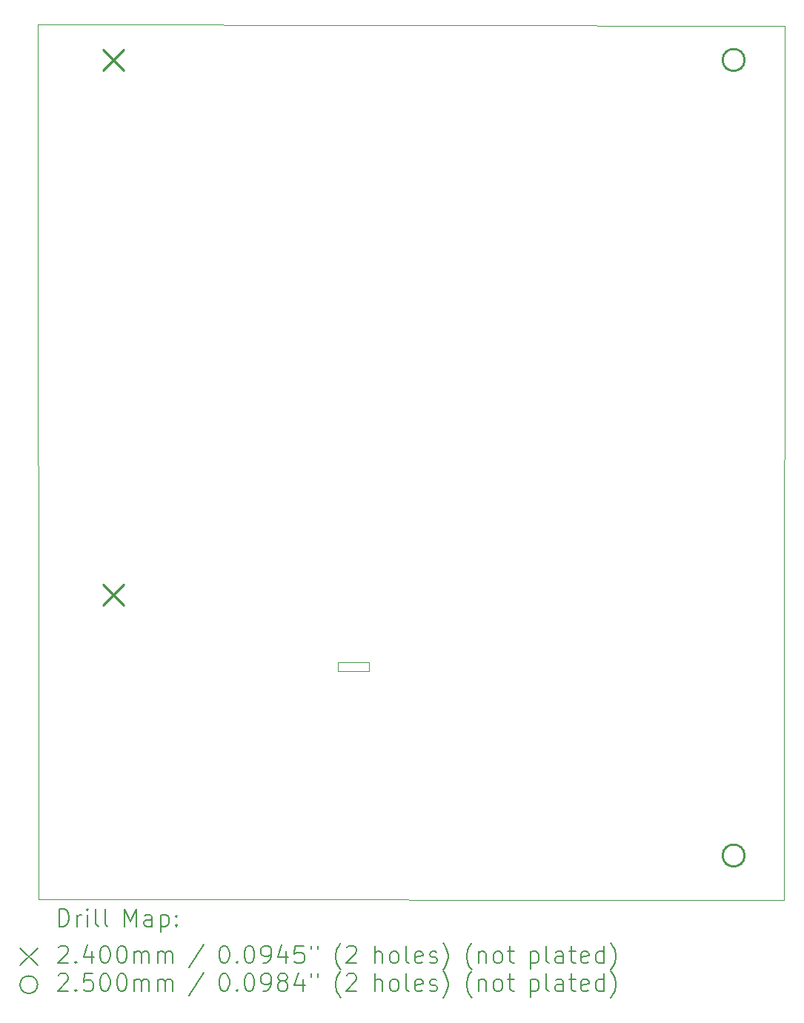
<source format=gbr>
%TF.GenerationSoftware,KiCad,Pcbnew,6.99.0-unknown-f8b157a1fb~149~ubuntu22.04.1*%
%TF.CreationDate,2022-08-25T07:21:56+02:00*%
%TF.ProjectId,in_out,696e5f6f-7574-42e6-9b69-6361645f7063,rev?*%
%TF.SameCoordinates,Original*%
%TF.FileFunction,Drillmap*%
%TF.FilePolarity,Positive*%
%FSLAX45Y45*%
G04 Gerber Fmt 4.5, Leading zero omitted, Abs format (unit mm)*
G04 Created by KiCad (PCBNEW 6.99.0-unknown-f8b157a1fb~149~ubuntu22.04.1) date 2022-08-25 07:21:56*
%MOMM*%
%LPD*%
G01*
G04 APERTURE LIST*
%ADD10C,0.100000*%
%ADD11C,0.200000*%
%ADD12C,0.240000*%
%ADD13C,0.250000*%
G04 APERTURE END LIST*
D10*
X10820400Y-11353800D02*
X10464800Y-11353800D01*
X15565000Y-13972500D02*
X7042500Y-13962500D01*
X10464800Y-11252200D02*
X10464800Y-11353800D01*
X10820400Y-11252200D02*
X10464800Y-11252200D01*
X15570000Y-3977500D02*
X15565000Y-13972500D01*
X10820400Y-11252200D02*
X10820400Y-11353800D01*
X7037500Y-3962500D02*
X15570000Y-3977500D01*
X7042500Y-13962500D02*
X7037500Y-3962500D01*
D11*
D12*
X7779250Y-4250000D02*
X8019250Y-4490000D01*
X8019250Y-4250000D02*
X7779250Y-4490000D01*
X7779250Y-10360000D02*
X8019250Y-10600000D01*
X8019250Y-10360000D02*
X7779250Y-10600000D01*
D13*
X15111000Y-4368800D02*
G75*
G03*
X15111000Y-4368800I-125000J0D01*
G01*
X15111000Y-13462000D02*
G75*
G03*
X15111000Y-13462000I-125000J0D01*
G01*
D11*
X7280119Y-14270976D02*
X7280119Y-14070976D01*
X7280119Y-14070976D02*
X7327738Y-14070976D01*
X7327738Y-14070976D02*
X7356309Y-14080500D01*
X7356309Y-14080500D02*
X7375357Y-14099548D01*
X7375357Y-14099548D02*
X7384881Y-14118595D01*
X7384881Y-14118595D02*
X7394405Y-14156690D01*
X7394405Y-14156690D02*
X7394405Y-14185262D01*
X7394405Y-14185262D02*
X7384881Y-14223357D01*
X7384881Y-14223357D02*
X7375357Y-14242405D01*
X7375357Y-14242405D02*
X7356309Y-14261452D01*
X7356309Y-14261452D02*
X7327738Y-14270976D01*
X7327738Y-14270976D02*
X7280119Y-14270976D01*
X7480119Y-14270976D02*
X7480119Y-14137643D01*
X7480119Y-14175738D02*
X7489643Y-14156690D01*
X7489643Y-14156690D02*
X7499167Y-14147167D01*
X7499167Y-14147167D02*
X7518214Y-14137643D01*
X7518214Y-14137643D02*
X7537262Y-14137643D01*
X7603928Y-14270976D02*
X7603928Y-14137643D01*
X7603928Y-14070976D02*
X7594405Y-14080500D01*
X7594405Y-14080500D02*
X7603928Y-14090024D01*
X7603928Y-14090024D02*
X7613452Y-14080500D01*
X7613452Y-14080500D02*
X7603928Y-14070976D01*
X7603928Y-14070976D02*
X7603928Y-14090024D01*
X7727738Y-14270976D02*
X7708690Y-14261452D01*
X7708690Y-14261452D02*
X7699167Y-14242405D01*
X7699167Y-14242405D02*
X7699167Y-14070976D01*
X7832500Y-14270976D02*
X7813452Y-14261452D01*
X7813452Y-14261452D02*
X7803928Y-14242405D01*
X7803928Y-14242405D02*
X7803928Y-14070976D01*
X8028690Y-14270976D02*
X8028690Y-14070976D01*
X8028690Y-14070976D02*
X8095357Y-14213833D01*
X8095357Y-14213833D02*
X8162024Y-14070976D01*
X8162024Y-14070976D02*
X8162024Y-14270976D01*
X8342976Y-14270976D02*
X8342976Y-14166214D01*
X8342976Y-14166214D02*
X8333452Y-14147167D01*
X8333452Y-14147167D02*
X8314405Y-14137643D01*
X8314405Y-14137643D02*
X8276309Y-14137643D01*
X8276309Y-14137643D02*
X8257262Y-14147167D01*
X8342976Y-14261452D02*
X8323928Y-14270976D01*
X8323928Y-14270976D02*
X8276309Y-14270976D01*
X8276309Y-14270976D02*
X8257262Y-14261452D01*
X8257262Y-14261452D02*
X8247738Y-14242405D01*
X8247738Y-14242405D02*
X8247738Y-14223357D01*
X8247738Y-14223357D02*
X8257262Y-14204309D01*
X8257262Y-14204309D02*
X8276309Y-14194786D01*
X8276309Y-14194786D02*
X8323928Y-14194786D01*
X8323928Y-14194786D02*
X8342976Y-14185262D01*
X8438214Y-14137643D02*
X8438214Y-14337643D01*
X8438214Y-14147167D02*
X8457262Y-14137643D01*
X8457262Y-14137643D02*
X8495357Y-14137643D01*
X8495357Y-14137643D02*
X8514405Y-14147167D01*
X8514405Y-14147167D02*
X8523929Y-14156690D01*
X8523929Y-14156690D02*
X8533452Y-14175738D01*
X8533452Y-14175738D02*
X8533452Y-14232881D01*
X8533452Y-14232881D02*
X8523929Y-14251928D01*
X8523929Y-14251928D02*
X8514405Y-14261452D01*
X8514405Y-14261452D02*
X8495357Y-14270976D01*
X8495357Y-14270976D02*
X8457262Y-14270976D01*
X8457262Y-14270976D02*
X8438214Y-14261452D01*
X8619167Y-14251928D02*
X8628690Y-14261452D01*
X8628690Y-14261452D02*
X8619167Y-14270976D01*
X8619167Y-14270976D02*
X8609643Y-14261452D01*
X8609643Y-14261452D02*
X8619167Y-14251928D01*
X8619167Y-14251928D02*
X8619167Y-14270976D01*
X8619167Y-14147167D02*
X8628690Y-14156690D01*
X8628690Y-14156690D02*
X8619167Y-14166214D01*
X8619167Y-14166214D02*
X8609643Y-14156690D01*
X8609643Y-14156690D02*
X8619167Y-14147167D01*
X8619167Y-14147167D02*
X8619167Y-14166214D01*
X6832500Y-14517500D02*
X7032500Y-14717500D01*
X7032500Y-14517500D02*
X6832500Y-14717500D01*
X7270595Y-14510024D02*
X7280119Y-14500500D01*
X7280119Y-14500500D02*
X7299167Y-14490976D01*
X7299167Y-14490976D02*
X7346786Y-14490976D01*
X7346786Y-14490976D02*
X7365833Y-14500500D01*
X7365833Y-14500500D02*
X7375357Y-14510024D01*
X7375357Y-14510024D02*
X7384881Y-14529071D01*
X7384881Y-14529071D02*
X7384881Y-14548119D01*
X7384881Y-14548119D02*
X7375357Y-14576690D01*
X7375357Y-14576690D02*
X7261071Y-14690976D01*
X7261071Y-14690976D02*
X7384881Y-14690976D01*
X7470595Y-14671928D02*
X7480119Y-14681452D01*
X7480119Y-14681452D02*
X7470595Y-14690976D01*
X7470595Y-14690976D02*
X7461071Y-14681452D01*
X7461071Y-14681452D02*
X7470595Y-14671928D01*
X7470595Y-14671928D02*
X7470595Y-14690976D01*
X7651548Y-14557643D02*
X7651548Y-14690976D01*
X7603928Y-14481452D02*
X7556309Y-14624309D01*
X7556309Y-14624309D02*
X7680119Y-14624309D01*
X7794405Y-14490976D02*
X7813452Y-14490976D01*
X7813452Y-14490976D02*
X7832500Y-14500500D01*
X7832500Y-14500500D02*
X7842024Y-14510024D01*
X7842024Y-14510024D02*
X7851548Y-14529071D01*
X7851548Y-14529071D02*
X7861071Y-14567167D01*
X7861071Y-14567167D02*
X7861071Y-14614786D01*
X7861071Y-14614786D02*
X7851548Y-14652881D01*
X7851548Y-14652881D02*
X7842024Y-14671928D01*
X7842024Y-14671928D02*
X7832500Y-14681452D01*
X7832500Y-14681452D02*
X7813452Y-14690976D01*
X7813452Y-14690976D02*
X7794405Y-14690976D01*
X7794405Y-14690976D02*
X7775357Y-14681452D01*
X7775357Y-14681452D02*
X7765833Y-14671928D01*
X7765833Y-14671928D02*
X7756309Y-14652881D01*
X7756309Y-14652881D02*
X7746786Y-14614786D01*
X7746786Y-14614786D02*
X7746786Y-14567167D01*
X7746786Y-14567167D02*
X7756309Y-14529071D01*
X7756309Y-14529071D02*
X7765833Y-14510024D01*
X7765833Y-14510024D02*
X7775357Y-14500500D01*
X7775357Y-14500500D02*
X7794405Y-14490976D01*
X7984881Y-14490976D02*
X8003929Y-14490976D01*
X8003929Y-14490976D02*
X8022976Y-14500500D01*
X8022976Y-14500500D02*
X8032500Y-14510024D01*
X8032500Y-14510024D02*
X8042024Y-14529071D01*
X8042024Y-14529071D02*
X8051548Y-14567167D01*
X8051548Y-14567167D02*
X8051548Y-14614786D01*
X8051548Y-14614786D02*
X8042024Y-14652881D01*
X8042024Y-14652881D02*
X8032500Y-14671928D01*
X8032500Y-14671928D02*
X8022976Y-14681452D01*
X8022976Y-14681452D02*
X8003929Y-14690976D01*
X8003929Y-14690976D02*
X7984881Y-14690976D01*
X7984881Y-14690976D02*
X7965833Y-14681452D01*
X7965833Y-14681452D02*
X7956309Y-14671928D01*
X7956309Y-14671928D02*
X7946786Y-14652881D01*
X7946786Y-14652881D02*
X7937262Y-14614786D01*
X7937262Y-14614786D02*
X7937262Y-14567167D01*
X7937262Y-14567167D02*
X7946786Y-14529071D01*
X7946786Y-14529071D02*
X7956309Y-14510024D01*
X7956309Y-14510024D02*
X7965833Y-14500500D01*
X7965833Y-14500500D02*
X7984881Y-14490976D01*
X8137262Y-14690976D02*
X8137262Y-14557643D01*
X8137262Y-14576690D02*
X8146786Y-14567167D01*
X8146786Y-14567167D02*
X8165833Y-14557643D01*
X8165833Y-14557643D02*
X8194405Y-14557643D01*
X8194405Y-14557643D02*
X8213452Y-14567167D01*
X8213452Y-14567167D02*
X8222976Y-14586214D01*
X8222976Y-14586214D02*
X8222976Y-14690976D01*
X8222976Y-14586214D02*
X8232500Y-14567167D01*
X8232500Y-14567167D02*
X8251548Y-14557643D01*
X8251548Y-14557643D02*
X8280119Y-14557643D01*
X8280119Y-14557643D02*
X8299167Y-14567167D01*
X8299167Y-14567167D02*
X8308690Y-14586214D01*
X8308690Y-14586214D02*
X8308690Y-14690976D01*
X8403929Y-14690976D02*
X8403929Y-14557643D01*
X8403929Y-14576690D02*
X8413452Y-14567167D01*
X8413452Y-14567167D02*
X8432500Y-14557643D01*
X8432500Y-14557643D02*
X8461072Y-14557643D01*
X8461072Y-14557643D02*
X8480119Y-14567167D01*
X8480119Y-14567167D02*
X8489643Y-14586214D01*
X8489643Y-14586214D02*
X8489643Y-14690976D01*
X8489643Y-14586214D02*
X8499167Y-14567167D01*
X8499167Y-14567167D02*
X8518214Y-14557643D01*
X8518214Y-14557643D02*
X8546786Y-14557643D01*
X8546786Y-14557643D02*
X8565833Y-14567167D01*
X8565833Y-14567167D02*
X8575357Y-14586214D01*
X8575357Y-14586214D02*
X8575357Y-14690976D01*
X8933452Y-14481452D02*
X8762024Y-14738595D01*
X9158214Y-14490976D02*
X9177262Y-14490976D01*
X9177262Y-14490976D02*
X9196310Y-14500500D01*
X9196310Y-14500500D02*
X9205833Y-14510024D01*
X9205833Y-14510024D02*
X9215357Y-14529071D01*
X9215357Y-14529071D02*
X9224881Y-14567167D01*
X9224881Y-14567167D02*
X9224881Y-14614786D01*
X9224881Y-14614786D02*
X9215357Y-14652881D01*
X9215357Y-14652881D02*
X9205833Y-14671928D01*
X9205833Y-14671928D02*
X9196310Y-14681452D01*
X9196310Y-14681452D02*
X9177262Y-14690976D01*
X9177262Y-14690976D02*
X9158214Y-14690976D01*
X9158214Y-14690976D02*
X9139167Y-14681452D01*
X9139167Y-14681452D02*
X9129643Y-14671928D01*
X9129643Y-14671928D02*
X9120119Y-14652881D01*
X9120119Y-14652881D02*
X9110595Y-14614786D01*
X9110595Y-14614786D02*
X9110595Y-14567167D01*
X9110595Y-14567167D02*
X9120119Y-14529071D01*
X9120119Y-14529071D02*
X9129643Y-14510024D01*
X9129643Y-14510024D02*
X9139167Y-14500500D01*
X9139167Y-14500500D02*
X9158214Y-14490976D01*
X9310595Y-14671928D02*
X9320119Y-14681452D01*
X9320119Y-14681452D02*
X9310595Y-14690976D01*
X9310595Y-14690976D02*
X9301072Y-14681452D01*
X9301072Y-14681452D02*
X9310595Y-14671928D01*
X9310595Y-14671928D02*
X9310595Y-14690976D01*
X9443929Y-14490976D02*
X9462976Y-14490976D01*
X9462976Y-14490976D02*
X9482024Y-14500500D01*
X9482024Y-14500500D02*
X9491548Y-14510024D01*
X9491548Y-14510024D02*
X9501072Y-14529071D01*
X9501072Y-14529071D02*
X9510595Y-14567167D01*
X9510595Y-14567167D02*
X9510595Y-14614786D01*
X9510595Y-14614786D02*
X9501072Y-14652881D01*
X9501072Y-14652881D02*
X9491548Y-14671928D01*
X9491548Y-14671928D02*
X9482024Y-14681452D01*
X9482024Y-14681452D02*
X9462976Y-14690976D01*
X9462976Y-14690976D02*
X9443929Y-14690976D01*
X9443929Y-14690976D02*
X9424881Y-14681452D01*
X9424881Y-14681452D02*
X9415357Y-14671928D01*
X9415357Y-14671928D02*
X9405833Y-14652881D01*
X9405833Y-14652881D02*
X9396310Y-14614786D01*
X9396310Y-14614786D02*
X9396310Y-14567167D01*
X9396310Y-14567167D02*
X9405833Y-14529071D01*
X9405833Y-14529071D02*
X9415357Y-14510024D01*
X9415357Y-14510024D02*
X9424881Y-14500500D01*
X9424881Y-14500500D02*
X9443929Y-14490976D01*
X9605833Y-14690976D02*
X9643929Y-14690976D01*
X9643929Y-14690976D02*
X9662976Y-14681452D01*
X9662976Y-14681452D02*
X9672500Y-14671928D01*
X9672500Y-14671928D02*
X9691548Y-14643357D01*
X9691548Y-14643357D02*
X9701072Y-14605262D01*
X9701072Y-14605262D02*
X9701072Y-14529071D01*
X9701072Y-14529071D02*
X9691548Y-14510024D01*
X9691548Y-14510024D02*
X9682024Y-14500500D01*
X9682024Y-14500500D02*
X9662976Y-14490976D01*
X9662976Y-14490976D02*
X9624881Y-14490976D01*
X9624881Y-14490976D02*
X9605833Y-14500500D01*
X9605833Y-14500500D02*
X9596310Y-14510024D01*
X9596310Y-14510024D02*
X9586786Y-14529071D01*
X9586786Y-14529071D02*
X9586786Y-14576690D01*
X9586786Y-14576690D02*
X9596310Y-14595738D01*
X9596310Y-14595738D02*
X9605833Y-14605262D01*
X9605833Y-14605262D02*
X9624881Y-14614786D01*
X9624881Y-14614786D02*
X9662976Y-14614786D01*
X9662976Y-14614786D02*
X9682024Y-14605262D01*
X9682024Y-14605262D02*
X9691548Y-14595738D01*
X9691548Y-14595738D02*
X9701072Y-14576690D01*
X9872500Y-14557643D02*
X9872500Y-14690976D01*
X9824881Y-14481452D02*
X9777262Y-14624309D01*
X9777262Y-14624309D02*
X9901072Y-14624309D01*
X10072500Y-14490976D02*
X9977262Y-14490976D01*
X9977262Y-14490976D02*
X9967738Y-14586214D01*
X9967738Y-14586214D02*
X9977262Y-14576690D01*
X9977262Y-14576690D02*
X9996310Y-14567167D01*
X9996310Y-14567167D02*
X10043929Y-14567167D01*
X10043929Y-14567167D02*
X10062976Y-14576690D01*
X10062976Y-14576690D02*
X10072500Y-14586214D01*
X10072500Y-14586214D02*
X10082024Y-14605262D01*
X10082024Y-14605262D02*
X10082024Y-14652881D01*
X10082024Y-14652881D02*
X10072500Y-14671928D01*
X10072500Y-14671928D02*
X10062976Y-14681452D01*
X10062976Y-14681452D02*
X10043929Y-14690976D01*
X10043929Y-14690976D02*
X9996310Y-14690976D01*
X9996310Y-14690976D02*
X9977262Y-14681452D01*
X9977262Y-14681452D02*
X9967738Y-14671928D01*
X10158214Y-14490976D02*
X10158214Y-14529071D01*
X10234405Y-14490976D02*
X10234405Y-14529071D01*
X10497262Y-14767167D02*
X10487738Y-14757643D01*
X10487738Y-14757643D02*
X10468691Y-14729071D01*
X10468691Y-14729071D02*
X10459167Y-14710024D01*
X10459167Y-14710024D02*
X10449643Y-14681452D01*
X10449643Y-14681452D02*
X10440119Y-14633833D01*
X10440119Y-14633833D02*
X10440119Y-14595738D01*
X10440119Y-14595738D02*
X10449643Y-14548119D01*
X10449643Y-14548119D02*
X10459167Y-14519548D01*
X10459167Y-14519548D02*
X10468691Y-14500500D01*
X10468691Y-14500500D02*
X10487738Y-14471928D01*
X10487738Y-14471928D02*
X10497262Y-14462405D01*
X10563929Y-14510024D02*
X10573453Y-14500500D01*
X10573453Y-14500500D02*
X10592500Y-14490976D01*
X10592500Y-14490976D02*
X10640119Y-14490976D01*
X10640119Y-14490976D02*
X10659167Y-14500500D01*
X10659167Y-14500500D02*
X10668691Y-14510024D01*
X10668691Y-14510024D02*
X10678214Y-14529071D01*
X10678214Y-14529071D02*
X10678214Y-14548119D01*
X10678214Y-14548119D02*
X10668691Y-14576690D01*
X10668691Y-14576690D02*
X10554405Y-14690976D01*
X10554405Y-14690976D02*
X10678214Y-14690976D01*
X10883929Y-14690976D02*
X10883929Y-14490976D01*
X10969643Y-14690976D02*
X10969643Y-14586214D01*
X10969643Y-14586214D02*
X10960119Y-14567167D01*
X10960119Y-14567167D02*
X10941072Y-14557643D01*
X10941072Y-14557643D02*
X10912500Y-14557643D01*
X10912500Y-14557643D02*
X10893453Y-14567167D01*
X10893453Y-14567167D02*
X10883929Y-14576690D01*
X11093453Y-14690976D02*
X11074405Y-14681452D01*
X11074405Y-14681452D02*
X11064881Y-14671928D01*
X11064881Y-14671928D02*
X11055357Y-14652881D01*
X11055357Y-14652881D02*
X11055357Y-14595738D01*
X11055357Y-14595738D02*
X11064881Y-14576690D01*
X11064881Y-14576690D02*
X11074405Y-14567167D01*
X11074405Y-14567167D02*
X11093453Y-14557643D01*
X11093453Y-14557643D02*
X11122024Y-14557643D01*
X11122024Y-14557643D02*
X11141072Y-14567167D01*
X11141072Y-14567167D02*
X11150595Y-14576690D01*
X11150595Y-14576690D02*
X11160119Y-14595738D01*
X11160119Y-14595738D02*
X11160119Y-14652881D01*
X11160119Y-14652881D02*
X11150595Y-14671928D01*
X11150595Y-14671928D02*
X11141072Y-14681452D01*
X11141072Y-14681452D02*
X11122024Y-14690976D01*
X11122024Y-14690976D02*
X11093453Y-14690976D01*
X11274405Y-14690976D02*
X11255357Y-14681452D01*
X11255357Y-14681452D02*
X11245833Y-14662405D01*
X11245833Y-14662405D02*
X11245833Y-14490976D01*
X11426786Y-14681452D02*
X11407738Y-14690976D01*
X11407738Y-14690976D02*
X11369643Y-14690976D01*
X11369643Y-14690976D02*
X11350595Y-14681452D01*
X11350595Y-14681452D02*
X11341072Y-14662405D01*
X11341072Y-14662405D02*
X11341072Y-14586214D01*
X11341072Y-14586214D02*
X11350595Y-14567167D01*
X11350595Y-14567167D02*
X11369643Y-14557643D01*
X11369643Y-14557643D02*
X11407738Y-14557643D01*
X11407738Y-14557643D02*
X11426786Y-14567167D01*
X11426786Y-14567167D02*
X11436310Y-14586214D01*
X11436310Y-14586214D02*
X11436310Y-14605262D01*
X11436310Y-14605262D02*
X11341072Y-14624309D01*
X11512500Y-14681452D02*
X11531548Y-14690976D01*
X11531548Y-14690976D02*
X11569643Y-14690976D01*
X11569643Y-14690976D02*
X11588691Y-14681452D01*
X11588691Y-14681452D02*
X11598214Y-14662405D01*
X11598214Y-14662405D02*
X11598214Y-14652881D01*
X11598214Y-14652881D02*
X11588691Y-14633833D01*
X11588691Y-14633833D02*
X11569643Y-14624309D01*
X11569643Y-14624309D02*
X11541072Y-14624309D01*
X11541072Y-14624309D02*
X11522024Y-14614786D01*
X11522024Y-14614786D02*
X11512500Y-14595738D01*
X11512500Y-14595738D02*
X11512500Y-14586214D01*
X11512500Y-14586214D02*
X11522024Y-14567167D01*
X11522024Y-14567167D02*
X11541072Y-14557643D01*
X11541072Y-14557643D02*
X11569643Y-14557643D01*
X11569643Y-14557643D02*
X11588691Y-14567167D01*
X11664881Y-14767167D02*
X11674405Y-14757643D01*
X11674405Y-14757643D02*
X11693453Y-14729071D01*
X11693453Y-14729071D02*
X11702976Y-14710024D01*
X11702976Y-14710024D02*
X11712500Y-14681452D01*
X11712500Y-14681452D02*
X11722024Y-14633833D01*
X11722024Y-14633833D02*
X11722024Y-14595738D01*
X11722024Y-14595738D02*
X11712500Y-14548119D01*
X11712500Y-14548119D02*
X11702976Y-14519548D01*
X11702976Y-14519548D02*
X11693453Y-14500500D01*
X11693453Y-14500500D02*
X11674405Y-14471928D01*
X11674405Y-14471928D02*
X11664881Y-14462405D01*
X11994405Y-14767167D02*
X11984881Y-14757643D01*
X11984881Y-14757643D02*
X11965833Y-14729071D01*
X11965833Y-14729071D02*
X11956310Y-14710024D01*
X11956310Y-14710024D02*
X11946786Y-14681452D01*
X11946786Y-14681452D02*
X11937262Y-14633833D01*
X11937262Y-14633833D02*
X11937262Y-14595738D01*
X11937262Y-14595738D02*
X11946786Y-14548119D01*
X11946786Y-14548119D02*
X11956310Y-14519548D01*
X11956310Y-14519548D02*
X11965833Y-14500500D01*
X11965833Y-14500500D02*
X11984881Y-14471928D01*
X11984881Y-14471928D02*
X11994405Y-14462405D01*
X12070595Y-14557643D02*
X12070595Y-14690976D01*
X12070595Y-14576690D02*
X12080119Y-14567167D01*
X12080119Y-14567167D02*
X12099167Y-14557643D01*
X12099167Y-14557643D02*
X12127738Y-14557643D01*
X12127738Y-14557643D02*
X12146786Y-14567167D01*
X12146786Y-14567167D02*
X12156310Y-14586214D01*
X12156310Y-14586214D02*
X12156310Y-14690976D01*
X12280119Y-14690976D02*
X12261072Y-14681452D01*
X12261072Y-14681452D02*
X12251548Y-14671928D01*
X12251548Y-14671928D02*
X12242024Y-14652881D01*
X12242024Y-14652881D02*
X12242024Y-14595738D01*
X12242024Y-14595738D02*
X12251548Y-14576690D01*
X12251548Y-14576690D02*
X12261072Y-14567167D01*
X12261072Y-14567167D02*
X12280119Y-14557643D01*
X12280119Y-14557643D02*
X12308691Y-14557643D01*
X12308691Y-14557643D02*
X12327738Y-14567167D01*
X12327738Y-14567167D02*
X12337262Y-14576690D01*
X12337262Y-14576690D02*
X12346786Y-14595738D01*
X12346786Y-14595738D02*
X12346786Y-14652881D01*
X12346786Y-14652881D02*
X12337262Y-14671928D01*
X12337262Y-14671928D02*
X12327738Y-14681452D01*
X12327738Y-14681452D02*
X12308691Y-14690976D01*
X12308691Y-14690976D02*
X12280119Y-14690976D01*
X12403929Y-14557643D02*
X12480119Y-14557643D01*
X12432500Y-14490976D02*
X12432500Y-14662405D01*
X12432500Y-14662405D02*
X12442024Y-14681452D01*
X12442024Y-14681452D02*
X12461072Y-14690976D01*
X12461072Y-14690976D02*
X12480119Y-14690976D01*
X12666786Y-14557643D02*
X12666786Y-14757643D01*
X12666786Y-14567167D02*
X12685833Y-14557643D01*
X12685833Y-14557643D02*
X12723929Y-14557643D01*
X12723929Y-14557643D02*
X12742976Y-14567167D01*
X12742976Y-14567167D02*
X12752500Y-14576690D01*
X12752500Y-14576690D02*
X12762024Y-14595738D01*
X12762024Y-14595738D02*
X12762024Y-14652881D01*
X12762024Y-14652881D02*
X12752500Y-14671928D01*
X12752500Y-14671928D02*
X12742976Y-14681452D01*
X12742976Y-14681452D02*
X12723929Y-14690976D01*
X12723929Y-14690976D02*
X12685833Y-14690976D01*
X12685833Y-14690976D02*
X12666786Y-14681452D01*
X12876310Y-14690976D02*
X12857262Y-14681452D01*
X12857262Y-14681452D02*
X12847738Y-14662405D01*
X12847738Y-14662405D02*
X12847738Y-14490976D01*
X13038214Y-14690976D02*
X13038214Y-14586214D01*
X13038214Y-14586214D02*
X13028691Y-14567167D01*
X13028691Y-14567167D02*
X13009643Y-14557643D01*
X13009643Y-14557643D02*
X12971548Y-14557643D01*
X12971548Y-14557643D02*
X12952500Y-14567167D01*
X13038214Y-14681452D02*
X13019167Y-14690976D01*
X13019167Y-14690976D02*
X12971548Y-14690976D01*
X12971548Y-14690976D02*
X12952500Y-14681452D01*
X12952500Y-14681452D02*
X12942976Y-14662405D01*
X12942976Y-14662405D02*
X12942976Y-14643357D01*
X12942976Y-14643357D02*
X12952500Y-14624309D01*
X12952500Y-14624309D02*
X12971548Y-14614786D01*
X12971548Y-14614786D02*
X13019167Y-14614786D01*
X13019167Y-14614786D02*
X13038214Y-14605262D01*
X13104881Y-14557643D02*
X13181072Y-14557643D01*
X13133453Y-14490976D02*
X13133453Y-14662405D01*
X13133453Y-14662405D02*
X13142976Y-14681452D01*
X13142976Y-14681452D02*
X13162024Y-14690976D01*
X13162024Y-14690976D02*
X13181072Y-14690976D01*
X13323929Y-14681452D02*
X13304881Y-14690976D01*
X13304881Y-14690976D02*
X13266786Y-14690976D01*
X13266786Y-14690976D02*
X13247738Y-14681452D01*
X13247738Y-14681452D02*
X13238214Y-14662405D01*
X13238214Y-14662405D02*
X13238214Y-14586214D01*
X13238214Y-14586214D02*
X13247738Y-14567167D01*
X13247738Y-14567167D02*
X13266786Y-14557643D01*
X13266786Y-14557643D02*
X13304881Y-14557643D01*
X13304881Y-14557643D02*
X13323929Y-14567167D01*
X13323929Y-14567167D02*
X13333453Y-14586214D01*
X13333453Y-14586214D02*
X13333453Y-14605262D01*
X13333453Y-14605262D02*
X13238214Y-14624309D01*
X13504881Y-14690976D02*
X13504881Y-14490976D01*
X13504881Y-14681452D02*
X13485834Y-14690976D01*
X13485834Y-14690976D02*
X13447738Y-14690976D01*
X13447738Y-14690976D02*
X13428691Y-14681452D01*
X13428691Y-14681452D02*
X13419167Y-14671928D01*
X13419167Y-14671928D02*
X13409643Y-14652881D01*
X13409643Y-14652881D02*
X13409643Y-14595738D01*
X13409643Y-14595738D02*
X13419167Y-14576690D01*
X13419167Y-14576690D02*
X13428691Y-14567167D01*
X13428691Y-14567167D02*
X13447738Y-14557643D01*
X13447738Y-14557643D02*
X13485834Y-14557643D01*
X13485834Y-14557643D02*
X13504881Y-14567167D01*
X13581072Y-14767167D02*
X13590595Y-14757643D01*
X13590595Y-14757643D02*
X13609643Y-14729071D01*
X13609643Y-14729071D02*
X13619167Y-14710024D01*
X13619167Y-14710024D02*
X13628691Y-14681452D01*
X13628691Y-14681452D02*
X13638214Y-14633833D01*
X13638214Y-14633833D02*
X13638214Y-14595738D01*
X13638214Y-14595738D02*
X13628691Y-14548119D01*
X13628691Y-14548119D02*
X13619167Y-14519548D01*
X13619167Y-14519548D02*
X13609643Y-14500500D01*
X13609643Y-14500500D02*
X13590595Y-14471928D01*
X13590595Y-14471928D02*
X13581072Y-14462405D01*
X7032500Y-14937500D02*
G75*
G03*
X7032500Y-14937500I-100000J0D01*
G01*
X7270595Y-14830024D02*
X7280119Y-14820500D01*
X7280119Y-14820500D02*
X7299167Y-14810976D01*
X7299167Y-14810976D02*
X7346786Y-14810976D01*
X7346786Y-14810976D02*
X7365833Y-14820500D01*
X7365833Y-14820500D02*
X7375357Y-14830024D01*
X7375357Y-14830024D02*
X7384881Y-14849071D01*
X7384881Y-14849071D02*
X7384881Y-14868119D01*
X7384881Y-14868119D02*
X7375357Y-14896690D01*
X7375357Y-14896690D02*
X7261071Y-15010976D01*
X7261071Y-15010976D02*
X7384881Y-15010976D01*
X7470595Y-14991928D02*
X7480119Y-15001452D01*
X7480119Y-15001452D02*
X7470595Y-15010976D01*
X7470595Y-15010976D02*
X7461071Y-15001452D01*
X7461071Y-15001452D02*
X7470595Y-14991928D01*
X7470595Y-14991928D02*
X7470595Y-15010976D01*
X7661071Y-14810976D02*
X7565833Y-14810976D01*
X7565833Y-14810976D02*
X7556309Y-14906214D01*
X7556309Y-14906214D02*
X7565833Y-14896690D01*
X7565833Y-14896690D02*
X7584881Y-14887167D01*
X7584881Y-14887167D02*
X7632500Y-14887167D01*
X7632500Y-14887167D02*
X7651548Y-14896690D01*
X7651548Y-14896690D02*
X7661071Y-14906214D01*
X7661071Y-14906214D02*
X7670595Y-14925262D01*
X7670595Y-14925262D02*
X7670595Y-14972881D01*
X7670595Y-14972881D02*
X7661071Y-14991928D01*
X7661071Y-14991928D02*
X7651548Y-15001452D01*
X7651548Y-15001452D02*
X7632500Y-15010976D01*
X7632500Y-15010976D02*
X7584881Y-15010976D01*
X7584881Y-15010976D02*
X7565833Y-15001452D01*
X7565833Y-15001452D02*
X7556309Y-14991928D01*
X7794405Y-14810976D02*
X7813452Y-14810976D01*
X7813452Y-14810976D02*
X7832500Y-14820500D01*
X7832500Y-14820500D02*
X7842024Y-14830024D01*
X7842024Y-14830024D02*
X7851548Y-14849071D01*
X7851548Y-14849071D02*
X7861071Y-14887167D01*
X7861071Y-14887167D02*
X7861071Y-14934786D01*
X7861071Y-14934786D02*
X7851548Y-14972881D01*
X7851548Y-14972881D02*
X7842024Y-14991928D01*
X7842024Y-14991928D02*
X7832500Y-15001452D01*
X7832500Y-15001452D02*
X7813452Y-15010976D01*
X7813452Y-15010976D02*
X7794405Y-15010976D01*
X7794405Y-15010976D02*
X7775357Y-15001452D01*
X7775357Y-15001452D02*
X7765833Y-14991928D01*
X7765833Y-14991928D02*
X7756309Y-14972881D01*
X7756309Y-14972881D02*
X7746786Y-14934786D01*
X7746786Y-14934786D02*
X7746786Y-14887167D01*
X7746786Y-14887167D02*
X7756309Y-14849071D01*
X7756309Y-14849071D02*
X7765833Y-14830024D01*
X7765833Y-14830024D02*
X7775357Y-14820500D01*
X7775357Y-14820500D02*
X7794405Y-14810976D01*
X7984881Y-14810976D02*
X8003929Y-14810976D01*
X8003929Y-14810976D02*
X8022976Y-14820500D01*
X8022976Y-14820500D02*
X8032500Y-14830024D01*
X8032500Y-14830024D02*
X8042024Y-14849071D01*
X8042024Y-14849071D02*
X8051548Y-14887167D01*
X8051548Y-14887167D02*
X8051548Y-14934786D01*
X8051548Y-14934786D02*
X8042024Y-14972881D01*
X8042024Y-14972881D02*
X8032500Y-14991928D01*
X8032500Y-14991928D02*
X8022976Y-15001452D01*
X8022976Y-15001452D02*
X8003929Y-15010976D01*
X8003929Y-15010976D02*
X7984881Y-15010976D01*
X7984881Y-15010976D02*
X7965833Y-15001452D01*
X7965833Y-15001452D02*
X7956309Y-14991928D01*
X7956309Y-14991928D02*
X7946786Y-14972881D01*
X7946786Y-14972881D02*
X7937262Y-14934786D01*
X7937262Y-14934786D02*
X7937262Y-14887167D01*
X7937262Y-14887167D02*
X7946786Y-14849071D01*
X7946786Y-14849071D02*
X7956309Y-14830024D01*
X7956309Y-14830024D02*
X7965833Y-14820500D01*
X7965833Y-14820500D02*
X7984881Y-14810976D01*
X8137262Y-15010976D02*
X8137262Y-14877643D01*
X8137262Y-14896690D02*
X8146786Y-14887167D01*
X8146786Y-14887167D02*
X8165833Y-14877643D01*
X8165833Y-14877643D02*
X8194405Y-14877643D01*
X8194405Y-14877643D02*
X8213452Y-14887167D01*
X8213452Y-14887167D02*
X8222976Y-14906214D01*
X8222976Y-14906214D02*
X8222976Y-15010976D01*
X8222976Y-14906214D02*
X8232500Y-14887167D01*
X8232500Y-14887167D02*
X8251548Y-14877643D01*
X8251548Y-14877643D02*
X8280119Y-14877643D01*
X8280119Y-14877643D02*
X8299167Y-14887167D01*
X8299167Y-14887167D02*
X8308690Y-14906214D01*
X8308690Y-14906214D02*
X8308690Y-15010976D01*
X8403929Y-15010976D02*
X8403929Y-14877643D01*
X8403929Y-14896690D02*
X8413452Y-14887167D01*
X8413452Y-14887167D02*
X8432500Y-14877643D01*
X8432500Y-14877643D02*
X8461072Y-14877643D01*
X8461072Y-14877643D02*
X8480119Y-14887167D01*
X8480119Y-14887167D02*
X8489643Y-14906214D01*
X8489643Y-14906214D02*
X8489643Y-15010976D01*
X8489643Y-14906214D02*
X8499167Y-14887167D01*
X8499167Y-14887167D02*
X8518214Y-14877643D01*
X8518214Y-14877643D02*
X8546786Y-14877643D01*
X8546786Y-14877643D02*
X8565833Y-14887167D01*
X8565833Y-14887167D02*
X8575357Y-14906214D01*
X8575357Y-14906214D02*
X8575357Y-15010976D01*
X8933452Y-14801452D02*
X8762024Y-15058595D01*
X9158214Y-14810976D02*
X9177262Y-14810976D01*
X9177262Y-14810976D02*
X9196310Y-14820500D01*
X9196310Y-14820500D02*
X9205833Y-14830024D01*
X9205833Y-14830024D02*
X9215357Y-14849071D01*
X9215357Y-14849071D02*
X9224881Y-14887167D01*
X9224881Y-14887167D02*
X9224881Y-14934786D01*
X9224881Y-14934786D02*
X9215357Y-14972881D01*
X9215357Y-14972881D02*
X9205833Y-14991928D01*
X9205833Y-14991928D02*
X9196310Y-15001452D01*
X9196310Y-15001452D02*
X9177262Y-15010976D01*
X9177262Y-15010976D02*
X9158214Y-15010976D01*
X9158214Y-15010976D02*
X9139167Y-15001452D01*
X9139167Y-15001452D02*
X9129643Y-14991928D01*
X9129643Y-14991928D02*
X9120119Y-14972881D01*
X9120119Y-14972881D02*
X9110595Y-14934786D01*
X9110595Y-14934786D02*
X9110595Y-14887167D01*
X9110595Y-14887167D02*
X9120119Y-14849071D01*
X9120119Y-14849071D02*
X9129643Y-14830024D01*
X9129643Y-14830024D02*
X9139167Y-14820500D01*
X9139167Y-14820500D02*
X9158214Y-14810976D01*
X9310595Y-14991928D02*
X9320119Y-15001452D01*
X9320119Y-15001452D02*
X9310595Y-15010976D01*
X9310595Y-15010976D02*
X9301072Y-15001452D01*
X9301072Y-15001452D02*
X9310595Y-14991928D01*
X9310595Y-14991928D02*
X9310595Y-15010976D01*
X9443929Y-14810976D02*
X9462976Y-14810976D01*
X9462976Y-14810976D02*
X9482024Y-14820500D01*
X9482024Y-14820500D02*
X9491548Y-14830024D01*
X9491548Y-14830024D02*
X9501072Y-14849071D01*
X9501072Y-14849071D02*
X9510595Y-14887167D01*
X9510595Y-14887167D02*
X9510595Y-14934786D01*
X9510595Y-14934786D02*
X9501072Y-14972881D01*
X9501072Y-14972881D02*
X9491548Y-14991928D01*
X9491548Y-14991928D02*
X9482024Y-15001452D01*
X9482024Y-15001452D02*
X9462976Y-15010976D01*
X9462976Y-15010976D02*
X9443929Y-15010976D01*
X9443929Y-15010976D02*
X9424881Y-15001452D01*
X9424881Y-15001452D02*
X9415357Y-14991928D01*
X9415357Y-14991928D02*
X9405833Y-14972881D01*
X9405833Y-14972881D02*
X9396310Y-14934786D01*
X9396310Y-14934786D02*
X9396310Y-14887167D01*
X9396310Y-14887167D02*
X9405833Y-14849071D01*
X9405833Y-14849071D02*
X9415357Y-14830024D01*
X9415357Y-14830024D02*
X9424881Y-14820500D01*
X9424881Y-14820500D02*
X9443929Y-14810976D01*
X9605833Y-15010976D02*
X9643929Y-15010976D01*
X9643929Y-15010976D02*
X9662976Y-15001452D01*
X9662976Y-15001452D02*
X9672500Y-14991928D01*
X9672500Y-14991928D02*
X9691548Y-14963357D01*
X9691548Y-14963357D02*
X9701072Y-14925262D01*
X9701072Y-14925262D02*
X9701072Y-14849071D01*
X9701072Y-14849071D02*
X9691548Y-14830024D01*
X9691548Y-14830024D02*
X9682024Y-14820500D01*
X9682024Y-14820500D02*
X9662976Y-14810976D01*
X9662976Y-14810976D02*
X9624881Y-14810976D01*
X9624881Y-14810976D02*
X9605833Y-14820500D01*
X9605833Y-14820500D02*
X9596310Y-14830024D01*
X9596310Y-14830024D02*
X9586786Y-14849071D01*
X9586786Y-14849071D02*
X9586786Y-14896690D01*
X9586786Y-14896690D02*
X9596310Y-14915738D01*
X9596310Y-14915738D02*
X9605833Y-14925262D01*
X9605833Y-14925262D02*
X9624881Y-14934786D01*
X9624881Y-14934786D02*
X9662976Y-14934786D01*
X9662976Y-14934786D02*
X9682024Y-14925262D01*
X9682024Y-14925262D02*
X9691548Y-14915738D01*
X9691548Y-14915738D02*
X9701072Y-14896690D01*
X9815357Y-14896690D02*
X9796310Y-14887167D01*
X9796310Y-14887167D02*
X9786786Y-14877643D01*
X9786786Y-14877643D02*
X9777262Y-14858595D01*
X9777262Y-14858595D02*
X9777262Y-14849071D01*
X9777262Y-14849071D02*
X9786786Y-14830024D01*
X9786786Y-14830024D02*
X9796310Y-14820500D01*
X9796310Y-14820500D02*
X9815357Y-14810976D01*
X9815357Y-14810976D02*
X9853453Y-14810976D01*
X9853453Y-14810976D02*
X9872500Y-14820500D01*
X9872500Y-14820500D02*
X9882024Y-14830024D01*
X9882024Y-14830024D02*
X9891548Y-14849071D01*
X9891548Y-14849071D02*
X9891548Y-14858595D01*
X9891548Y-14858595D02*
X9882024Y-14877643D01*
X9882024Y-14877643D02*
X9872500Y-14887167D01*
X9872500Y-14887167D02*
X9853453Y-14896690D01*
X9853453Y-14896690D02*
X9815357Y-14896690D01*
X9815357Y-14896690D02*
X9796310Y-14906214D01*
X9796310Y-14906214D02*
X9786786Y-14915738D01*
X9786786Y-14915738D02*
X9777262Y-14934786D01*
X9777262Y-14934786D02*
X9777262Y-14972881D01*
X9777262Y-14972881D02*
X9786786Y-14991928D01*
X9786786Y-14991928D02*
X9796310Y-15001452D01*
X9796310Y-15001452D02*
X9815357Y-15010976D01*
X9815357Y-15010976D02*
X9853453Y-15010976D01*
X9853453Y-15010976D02*
X9872500Y-15001452D01*
X9872500Y-15001452D02*
X9882024Y-14991928D01*
X9882024Y-14991928D02*
X9891548Y-14972881D01*
X9891548Y-14972881D02*
X9891548Y-14934786D01*
X9891548Y-14934786D02*
X9882024Y-14915738D01*
X9882024Y-14915738D02*
X9872500Y-14906214D01*
X9872500Y-14906214D02*
X9853453Y-14896690D01*
X10062976Y-14877643D02*
X10062976Y-15010976D01*
X10015357Y-14801452D02*
X9967738Y-14944309D01*
X9967738Y-14944309D02*
X10091548Y-14944309D01*
X10158214Y-14810976D02*
X10158214Y-14849071D01*
X10234405Y-14810976D02*
X10234405Y-14849071D01*
X10497262Y-15087167D02*
X10487738Y-15077643D01*
X10487738Y-15077643D02*
X10468691Y-15049071D01*
X10468691Y-15049071D02*
X10459167Y-15030024D01*
X10459167Y-15030024D02*
X10449643Y-15001452D01*
X10449643Y-15001452D02*
X10440119Y-14953833D01*
X10440119Y-14953833D02*
X10440119Y-14915738D01*
X10440119Y-14915738D02*
X10449643Y-14868119D01*
X10449643Y-14868119D02*
X10459167Y-14839548D01*
X10459167Y-14839548D02*
X10468691Y-14820500D01*
X10468691Y-14820500D02*
X10487738Y-14791928D01*
X10487738Y-14791928D02*
X10497262Y-14782405D01*
X10563929Y-14830024D02*
X10573453Y-14820500D01*
X10573453Y-14820500D02*
X10592500Y-14810976D01*
X10592500Y-14810976D02*
X10640119Y-14810976D01*
X10640119Y-14810976D02*
X10659167Y-14820500D01*
X10659167Y-14820500D02*
X10668691Y-14830024D01*
X10668691Y-14830024D02*
X10678214Y-14849071D01*
X10678214Y-14849071D02*
X10678214Y-14868119D01*
X10678214Y-14868119D02*
X10668691Y-14896690D01*
X10668691Y-14896690D02*
X10554405Y-15010976D01*
X10554405Y-15010976D02*
X10678214Y-15010976D01*
X10883929Y-15010976D02*
X10883929Y-14810976D01*
X10969643Y-15010976D02*
X10969643Y-14906214D01*
X10969643Y-14906214D02*
X10960119Y-14887167D01*
X10960119Y-14887167D02*
X10941072Y-14877643D01*
X10941072Y-14877643D02*
X10912500Y-14877643D01*
X10912500Y-14877643D02*
X10893453Y-14887167D01*
X10893453Y-14887167D02*
X10883929Y-14896690D01*
X11093453Y-15010976D02*
X11074405Y-15001452D01*
X11074405Y-15001452D02*
X11064881Y-14991928D01*
X11064881Y-14991928D02*
X11055357Y-14972881D01*
X11055357Y-14972881D02*
X11055357Y-14915738D01*
X11055357Y-14915738D02*
X11064881Y-14896690D01*
X11064881Y-14896690D02*
X11074405Y-14887167D01*
X11074405Y-14887167D02*
X11093453Y-14877643D01*
X11093453Y-14877643D02*
X11122024Y-14877643D01*
X11122024Y-14877643D02*
X11141072Y-14887167D01*
X11141072Y-14887167D02*
X11150595Y-14896690D01*
X11150595Y-14896690D02*
X11160119Y-14915738D01*
X11160119Y-14915738D02*
X11160119Y-14972881D01*
X11160119Y-14972881D02*
X11150595Y-14991928D01*
X11150595Y-14991928D02*
X11141072Y-15001452D01*
X11141072Y-15001452D02*
X11122024Y-15010976D01*
X11122024Y-15010976D02*
X11093453Y-15010976D01*
X11274405Y-15010976D02*
X11255357Y-15001452D01*
X11255357Y-15001452D02*
X11245833Y-14982405D01*
X11245833Y-14982405D02*
X11245833Y-14810976D01*
X11426786Y-15001452D02*
X11407738Y-15010976D01*
X11407738Y-15010976D02*
X11369643Y-15010976D01*
X11369643Y-15010976D02*
X11350595Y-15001452D01*
X11350595Y-15001452D02*
X11341072Y-14982405D01*
X11341072Y-14982405D02*
X11341072Y-14906214D01*
X11341072Y-14906214D02*
X11350595Y-14887167D01*
X11350595Y-14887167D02*
X11369643Y-14877643D01*
X11369643Y-14877643D02*
X11407738Y-14877643D01*
X11407738Y-14877643D02*
X11426786Y-14887167D01*
X11426786Y-14887167D02*
X11436310Y-14906214D01*
X11436310Y-14906214D02*
X11436310Y-14925262D01*
X11436310Y-14925262D02*
X11341072Y-14944309D01*
X11512500Y-15001452D02*
X11531548Y-15010976D01*
X11531548Y-15010976D02*
X11569643Y-15010976D01*
X11569643Y-15010976D02*
X11588691Y-15001452D01*
X11588691Y-15001452D02*
X11598214Y-14982405D01*
X11598214Y-14982405D02*
X11598214Y-14972881D01*
X11598214Y-14972881D02*
X11588691Y-14953833D01*
X11588691Y-14953833D02*
X11569643Y-14944309D01*
X11569643Y-14944309D02*
X11541072Y-14944309D01*
X11541072Y-14944309D02*
X11522024Y-14934786D01*
X11522024Y-14934786D02*
X11512500Y-14915738D01*
X11512500Y-14915738D02*
X11512500Y-14906214D01*
X11512500Y-14906214D02*
X11522024Y-14887167D01*
X11522024Y-14887167D02*
X11541072Y-14877643D01*
X11541072Y-14877643D02*
X11569643Y-14877643D01*
X11569643Y-14877643D02*
X11588691Y-14887167D01*
X11664881Y-15087167D02*
X11674405Y-15077643D01*
X11674405Y-15077643D02*
X11693453Y-15049071D01*
X11693453Y-15049071D02*
X11702976Y-15030024D01*
X11702976Y-15030024D02*
X11712500Y-15001452D01*
X11712500Y-15001452D02*
X11722024Y-14953833D01*
X11722024Y-14953833D02*
X11722024Y-14915738D01*
X11722024Y-14915738D02*
X11712500Y-14868119D01*
X11712500Y-14868119D02*
X11702976Y-14839548D01*
X11702976Y-14839548D02*
X11693453Y-14820500D01*
X11693453Y-14820500D02*
X11674405Y-14791928D01*
X11674405Y-14791928D02*
X11664881Y-14782405D01*
X11994405Y-15087167D02*
X11984881Y-15077643D01*
X11984881Y-15077643D02*
X11965833Y-15049071D01*
X11965833Y-15049071D02*
X11956310Y-15030024D01*
X11956310Y-15030024D02*
X11946786Y-15001452D01*
X11946786Y-15001452D02*
X11937262Y-14953833D01*
X11937262Y-14953833D02*
X11937262Y-14915738D01*
X11937262Y-14915738D02*
X11946786Y-14868119D01*
X11946786Y-14868119D02*
X11956310Y-14839548D01*
X11956310Y-14839548D02*
X11965833Y-14820500D01*
X11965833Y-14820500D02*
X11984881Y-14791928D01*
X11984881Y-14791928D02*
X11994405Y-14782405D01*
X12070595Y-14877643D02*
X12070595Y-15010976D01*
X12070595Y-14896690D02*
X12080119Y-14887167D01*
X12080119Y-14887167D02*
X12099167Y-14877643D01*
X12099167Y-14877643D02*
X12127738Y-14877643D01*
X12127738Y-14877643D02*
X12146786Y-14887167D01*
X12146786Y-14887167D02*
X12156310Y-14906214D01*
X12156310Y-14906214D02*
X12156310Y-15010976D01*
X12280119Y-15010976D02*
X12261072Y-15001452D01*
X12261072Y-15001452D02*
X12251548Y-14991928D01*
X12251548Y-14991928D02*
X12242024Y-14972881D01*
X12242024Y-14972881D02*
X12242024Y-14915738D01*
X12242024Y-14915738D02*
X12251548Y-14896690D01*
X12251548Y-14896690D02*
X12261072Y-14887167D01*
X12261072Y-14887167D02*
X12280119Y-14877643D01*
X12280119Y-14877643D02*
X12308691Y-14877643D01*
X12308691Y-14877643D02*
X12327738Y-14887167D01*
X12327738Y-14887167D02*
X12337262Y-14896690D01*
X12337262Y-14896690D02*
X12346786Y-14915738D01*
X12346786Y-14915738D02*
X12346786Y-14972881D01*
X12346786Y-14972881D02*
X12337262Y-14991928D01*
X12337262Y-14991928D02*
X12327738Y-15001452D01*
X12327738Y-15001452D02*
X12308691Y-15010976D01*
X12308691Y-15010976D02*
X12280119Y-15010976D01*
X12403929Y-14877643D02*
X12480119Y-14877643D01*
X12432500Y-14810976D02*
X12432500Y-14982405D01*
X12432500Y-14982405D02*
X12442024Y-15001452D01*
X12442024Y-15001452D02*
X12461072Y-15010976D01*
X12461072Y-15010976D02*
X12480119Y-15010976D01*
X12666786Y-14877643D02*
X12666786Y-15077643D01*
X12666786Y-14887167D02*
X12685833Y-14877643D01*
X12685833Y-14877643D02*
X12723929Y-14877643D01*
X12723929Y-14877643D02*
X12742976Y-14887167D01*
X12742976Y-14887167D02*
X12752500Y-14896690D01*
X12752500Y-14896690D02*
X12762024Y-14915738D01*
X12762024Y-14915738D02*
X12762024Y-14972881D01*
X12762024Y-14972881D02*
X12752500Y-14991928D01*
X12752500Y-14991928D02*
X12742976Y-15001452D01*
X12742976Y-15001452D02*
X12723929Y-15010976D01*
X12723929Y-15010976D02*
X12685833Y-15010976D01*
X12685833Y-15010976D02*
X12666786Y-15001452D01*
X12876310Y-15010976D02*
X12857262Y-15001452D01*
X12857262Y-15001452D02*
X12847738Y-14982405D01*
X12847738Y-14982405D02*
X12847738Y-14810976D01*
X13038214Y-15010976D02*
X13038214Y-14906214D01*
X13038214Y-14906214D02*
X13028691Y-14887167D01*
X13028691Y-14887167D02*
X13009643Y-14877643D01*
X13009643Y-14877643D02*
X12971548Y-14877643D01*
X12971548Y-14877643D02*
X12952500Y-14887167D01*
X13038214Y-15001452D02*
X13019167Y-15010976D01*
X13019167Y-15010976D02*
X12971548Y-15010976D01*
X12971548Y-15010976D02*
X12952500Y-15001452D01*
X12952500Y-15001452D02*
X12942976Y-14982405D01*
X12942976Y-14982405D02*
X12942976Y-14963357D01*
X12942976Y-14963357D02*
X12952500Y-14944309D01*
X12952500Y-14944309D02*
X12971548Y-14934786D01*
X12971548Y-14934786D02*
X13019167Y-14934786D01*
X13019167Y-14934786D02*
X13038214Y-14925262D01*
X13104881Y-14877643D02*
X13181072Y-14877643D01*
X13133453Y-14810976D02*
X13133453Y-14982405D01*
X13133453Y-14982405D02*
X13142976Y-15001452D01*
X13142976Y-15001452D02*
X13162024Y-15010976D01*
X13162024Y-15010976D02*
X13181072Y-15010976D01*
X13323929Y-15001452D02*
X13304881Y-15010976D01*
X13304881Y-15010976D02*
X13266786Y-15010976D01*
X13266786Y-15010976D02*
X13247738Y-15001452D01*
X13247738Y-15001452D02*
X13238214Y-14982405D01*
X13238214Y-14982405D02*
X13238214Y-14906214D01*
X13238214Y-14906214D02*
X13247738Y-14887167D01*
X13247738Y-14887167D02*
X13266786Y-14877643D01*
X13266786Y-14877643D02*
X13304881Y-14877643D01*
X13304881Y-14877643D02*
X13323929Y-14887167D01*
X13323929Y-14887167D02*
X13333453Y-14906214D01*
X13333453Y-14906214D02*
X13333453Y-14925262D01*
X13333453Y-14925262D02*
X13238214Y-14944309D01*
X13504881Y-15010976D02*
X13504881Y-14810976D01*
X13504881Y-15001452D02*
X13485834Y-15010976D01*
X13485834Y-15010976D02*
X13447738Y-15010976D01*
X13447738Y-15010976D02*
X13428691Y-15001452D01*
X13428691Y-15001452D02*
X13419167Y-14991928D01*
X13419167Y-14991928D02*
X13409643Y-14972881D01*
X13409643Y-14972881D02*
X13409643Y-14915738D01*
X13409643Y-14915738D02*
X13419167Y-14896690D01*
X13419167Y-14896690D02*
X13428691Y-14887167D01*
X13428691Y-14887167D02*
X13447738Y-14877643D01*
X13447738Y-14877643D02*
X13485834Y-14877643D01*
X13485834Y-14877643D02*
X13504881Y-14887167D01*
X13581072Y-15087167D02*
X13590595Y-15077643D01*
X13590595Y-15077643D02*
X13609643Y-15049071D01*
X13609643Y-15049071D02*
X13619167Y-15030024D01*
X13619167Y-15030024D02*
X13628691Y-15001452D01*
X13628691Y-15001452D02*
X13638214Y-14953833D01*
X13638214Y-14953833D02*
X13638214Y-14915738D01*
X13638214Y-14915738D02*
X13628691Y-14868119D01*
X13628691Y-14868119D02*
X13619167Y-14839548D01*
X13619167Y-14839548D02*
X13609643Y-14820500D01*
X13609643Y-14820500D02*
X13590595Y-14791928D01*
X13590595Y-14791928D02*
X13581072Y-14782405D01*
M02*

</source>
